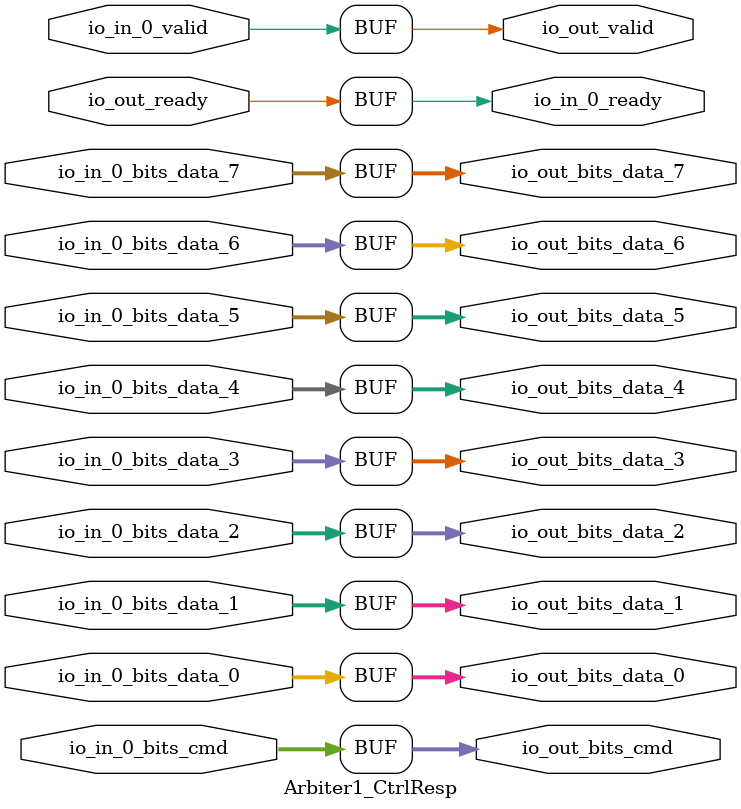
<source format=sv>
`ifndef RANDOMIZE
  `ifdef RANDOMIZE_MEM_INIT
    `define RANDOMIZE
  `endif // RANDOMIZE_MEM_INIT
`endif // not def RANDOMIZE
`ifndef RANDOMIZE
  `ifdef RANDOMIZE_REG_INIT
    `define RANDOMIZE
  `endif // RANDOMIZE_REG_INIT
`endif // not def RANDOMIZE

`ifndef RANDOM
  `define RANDOM $random
`endif // not def RANDOM

// Users can define INIT_RANDOM as general code that gets injected into the
// initializer block for modules with registers.
`ifndef INIT_RANDOM
  `define INIT_RANDOM
`endif // not def INIT_RANDOM

// If using random initialization, you can also define RANDOMIZE_DELAY to
// customize the delay used, otherwise 0.002 is used.
`ifndef RANDOMIZE_DELAY
  `define RANDOMIZE_DELAY 0.002
`endif // not def RANDOMIZE_DELAY

// Define INIT_RANDOM_PROLOG_ for use in our modules below.
`ifndef INIT_RANDOM_PROLOG_
  `ifdef RANDOMIZE
    `ifdef VERILATOR
      `define INIT_RANDOM_PROLOG_ `INIT_RANDOM
    `else  // VERILATOR
      `define INIT_RANDOM_PROLOG_ `INIT_RANDOM #`RANDOMIZE_DELAY begin end
    `endif // VERILATOR
  `else  // RANDOMIZE
    `define INIT_RANDOM_PROLOG_
  `endif // RANDOMIZE
`endif // not def INIT_RANDOM_PROLOG_

// Include register initializers in init blocks unless synthesis is set
`ifndef SYNTHESIS
  `ifndef ENABLE_INITIAL_REG_
    `define ENABLE_INITIAL_REG_
  `endif // not def ENABLE_INITIAL_REG_
`endif // not def SYNTHESIS

// Include rmemory initializers in init blocks unless synthesis is set
`ifndef SYNTHESIS
  `ifndef ENABLE_INITIAL_MEM_
    `define ENABLE_INITIAL_MEM_
  `endif // not def ENABLE_INITIAL_MEM_
`endif // not def SYNTHESIS

module Arbiter1_CtrlResp(
  output        io_in_0_ready,
  input         io_in_0_valid,
  input  [7:0]  io_in_0_bits_cmd,
  input  [63:0] io_in_0_bits_data_0,
  input  [63:0] io_in_0_bits_data_1,
  input  [63:0] io_in_0_bits_data_2,
  input  [63:0] io_in_0_bits_data_3,
  input  [63:0] io_in_0_bits_data_4,
  input  [63:0] io_in_0_bits_data_5,
  input  [63:0] io_in_0_bits_data_6,
  input  [63:0] io_in_0_bits_data_7,
  input         io_out_ready,
  output        io_out_valid,
  output [7:0]  io_out_bits_cmd,
  output [63:0] io_out_bits_data_0,
  output [63:0] io_out_bits_data_1,
  output [63:0] io_out_bits_data_2,
  output [63:0] io_out_bits_data_3,
  output [63:0] io_out_bits_data_4,
  output [63:0] io_out_bits_data_5,
  output [63:0] io_out_bits_data_6,
  output [63:0] io_out_bits_data_7
);

  assign io_in_0_ready = io_out_ready;
  assign io_out_valid = io_in_0_valid;
  assign io_out_bits_cmd = io_in_0_bits_cmd;
  assign io_out_bits_data_0 = io_in_0_bits_data_0;
  assign io_out_bits_data_1 = io_in_0_bits_data_1;
  assign io_out_bits_data_2 = io_in_0_bits_data_2;
  assign io_out_bits_data_3 = io_in_0_bits_data_3;
  assign io_out_bits_data_4 = io_in_0_bits_data_4;
  assign io_out_bits_data_5 = io_in_0_bits_data_5;
  assign io_out_bits_data_6 = io_in_0_bits_data_6;
  assign io_out_bits_data_7 = io_in_0_bits_data_7;
endmodule


</source>
